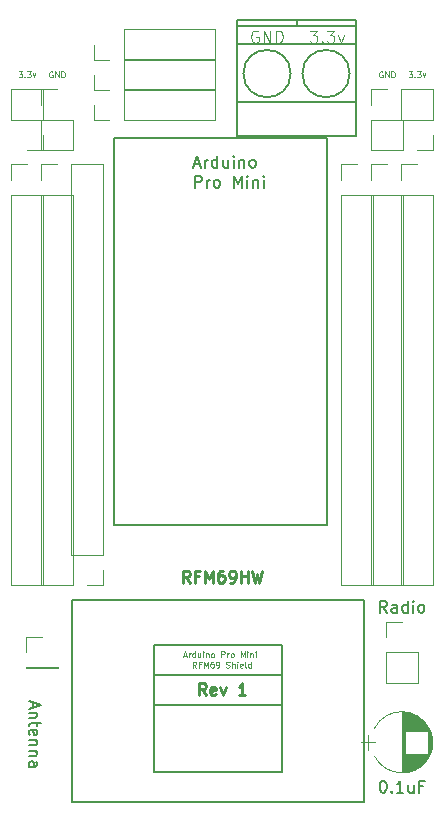
<source format=gto>
G04 #@! TF.FileFunction,Legend,Top*
%FSLAX46Y46*%
G04 Gerber Fmt 4.6, Leading zero omitted, Abs format (unit mm)*
G04 Created by KiCad (PCBNEW 4.0.6) date 07/21/18 17:07:37*
%MOMM*%
%LPD*%
G01*
G04 APERTURE LIST*
%ADD10C,0.100000*%
%ADD11C,0.250000*%
%ADD12C,0.200000*%
%ADD13C,0.125000*%
%ADD14C,0.120000*%
%ADD15C,0.150000*%
G04 APERTURE END LIST*
D10*
D11*
X135802857Y-108402381D02*
X135469523Y-107926190D01*
X135231428Y-108402381D02*
X135231428Y-107402381D01*
X135612381Y-107402381D01*
X135707619Y-107450000D01*
X135755238Y-107497619D01*
X135802857Y-107592857D01*
X135802857Y-107735714D01*
X135755238Y-107830952D01*
X135707619Y-107878571D01*
X135612381Y-107926190D01*
X135231428Y-107926190D01*
X136612381Y-108354762D02*
X136517143Y-108402381D01*
X136326666Y-108402381D01*
X136231428Y-108354762D01*
X136183809Y-108259524D01*
X136183809Y-107878571D01*
X136231428Y-107783333D01*
X136326666Y-107735714D01*
X136517143Y-107735714D01*
X136612381Y-107783333D01*
X136660000Y-107878571D01*
X136660000Y-107973810D01*
X136183809Y-108069048D01*
X136993333Y-107735714D02*
X137231428Y-108402381D01*
X137469524Y-107735714D01*
X139136191Y-108402381D02*
X138564762Y-108402381D01*
X138850476Y-108402381D02*
X138850476Y-107402381D01*
X138755238Y-107545238D01*
X138660000Y-107640476D01*
X138564762Y-107688095D01*
D12*
X131445000Y-109220000D02*
X142240000Y-109220000D01*
D13*
X133910001Y-105055833D02*
X134148096Y-105055833D01*
X133862382Y-105198690D02*
X134029049Y-104698690D01*
X134195715Y-105198690D01*
X134362382Y-105198690D02*
X134362382Y-104865357D01*
X134362382Y-104960595D02*
X134386191Y-104912976D01*
X134410001Y-104889167D01*
X134457620Y-104865357D01*
X134505239Y-104865357D01*
X134886191Y-105198690D02*
X134886191Y-104698690D01*
X134886191Y-105174881D02*
X134838572Y-105198690D01*
X134743334Y-105198690D01*
X134695715Y-105174881D01*
X134671906Y-105151071D01*
X134648096Y-105103452D01*
X134648096Y-104960595D01*
X134671906Y-104912976D01*
X134695715Y-104889167D01*
X134743334Y-104865357D01*
X134838572Y-104865357D01*
X134886191Y-104889167D01*
X135338572Y-104865357D02*
X135338572Y-105198690D01*
X135124287Y-104865357D02*
X135124287Y-105127262D01*
X135148096Y-105174881D01*
X135195715Y-105198690D01*
X135267144Y-105198690D01*
X135314763Y-105174881D01*
X135338572Y-105151071D01*
X135576668Y-105198690D02*
X135576668Y-104865357D01*
X135576668Y-104698690D02*
X135552858Y-104722500D01*
X135576668Y-104746310D01*
X135600477Y-104722500D01*
X135576668Y-104698690D01*
X135576668Y-104746310D01*
X135814763Y-104865357D02*
X135814763Y-105198690D01*
X135814763Y-104912976D02*
X135838572Y-104889167D01*
X135886191Y-104865357D01*
X135957620Y-104865357D01*
X136005239Y-104889167D01*
X136029048Y-104936786D01*
X136029048Y-105198690D01*
X136338572Y-105198690D02*
X136290953Y-105174881D01*
X136267144Y-105151071D01*
X136243334Y-105103452D01*
X136243334Y-104960595D01*
X136267144Y-104912976D01*
X136290953Y-104889167D01*
X136338572Y-104865357D01*
X136410001Y-104865357D01*
X136457620Y-104889167D01*
X136481429Y-104912976D01*
X136505239Y-104960595D01*
X136505239Y-105103452D01*
X136481429Y-105151071D01*
X136457620Y-105174881D01*
X136410001Y-105198690D01*
X136338572Y-105198690D01*
X137100477Y-105198690D02*
X137100477Y-104698690D01*
X137290953Y-104698690D01*
X137338572Y-104722500D01*
X137362381Y-104746310D01*
X137386191Y-104793929D01*
X137386191Y-104865357D01*
X137362381Y-104912976D01*
X137338572Y-104936786D01*
X137290953Y-104960595D01*
X137100477Y-104960595D01*
X137600477Y-105198690D02*
X137600477Y-104865357D01*
X137600477Y-104960595D02*
X137624286Y-104912976D01*
X137648096Y-104889167D01*
X137695715Y-104865357D01*
X137743334Y-104865357D01*
X137981429Y-105198690D02*
X137933810Y-105174881D01*
X137910001Y-105151071D01*
X137886191Y-105103452D01*
X137886191Y-104960595D01*
X137910001Y-104912976D01*
X137933810Y-104889167D01*
X137981429Y-104865357D01*
X138052858Y-104865357D01*
X138100477Y-104889167D01*
X138124286Y-104912976D01*
X138148096Y-104960595D01*
X138148096Y-105103452D01*
X138124286Y-105151071D01*
X138100477Y-105174881D01*
X138052858Y-105198690D01*
X137981429Y-105198690D01*
X138743334Y-105198690D02*
X138743334Y-104698690D01*
X138910000Y-105055833D01*
X139076667Y-104698690D01*
X139076667Y-105198690D01*
X139314763Y-105198690D02*
X139314763Y-104865357D01*
X139314763Y-104698690D02*
X139290953Y-104722500D01*
X139314763Y-104746310D01*
X139338572Y-104722500D01*
X139314763Y-104698690D01*
X139314763Y-104746310D01*
X139552858Y-104865357D02*
X139552858Y-105198690D01*
X139552858Y-104912976D02*
X139576667Y-104889167D01*
X139624286Y-104865357D01*
X139695715Y-104865357D01*
X139743334Y-104889167D01*
X139767143Y-104936786D01*
X139767143Y-105198690D01*
X140005239Y-105198690D02*
X140005239Y-104865357D01*
X140005239Y-104698690D02*
X139981429Y-104722500D01*
X140005239Y-104746310D01*
X140029048Y-104722500D01*
X140005239Y-104698690D01*
X140005239Y-104746310D01*
X134993335Y-106073690D02*
X134826668Y-105835595D01*
X134707621Y-106073690D02*
X134707621Y-105573690D01*
X134898097Y-105573690D01*
X134945716Y-105597500D01*
X134969525Y-105621310D01*
X134993335Y-105668929D01*
X134993335Y-105740357D01*
X134969525Y-105787976D01*
X134945716Y-105811786D01*
X134898097Y-105835595D01*
X134707621Y-105835595D01*
X135374287Y-105811786D02*
X135207621Y-105811786D01*
X135207621Y-106073690D02*
X135207621Y-105573690D01*
X135445716Y-105573690D01*
X135636192Y-106073690D02*
X135636192Y-105573690D01*
X135802858Y-105930833D01*
X135969525Y-105573690D01*
X135969525Y-106073690D01*
X136421906Y-105573690D02*
X136326668Y-105573690D01*
X136279049Y-105597500D01*
X136255240Y-105621310D01*
X136207621Y-105692738D01*
X136183811Y-105787976D01*
X136183811Y-105978452D01*
X136207621Y-106026071D01*
X136231430Y-106049881D01*
X136279049Y-106073690D01*
X136374287Y-106073690D01*
X136421906Y-106049881D01*
X136445716Y-106026071D01*
X136469525Y-105978452D01*
X136469525Y-105859405D01*
X136445716Y-105811786D01*
X136421906Y-105787976D01*
X136374287Y-105764167D01*
X136279049Y-105764167D01*
X136231430Y-105787976D01*
X136207621Y-105811786D01*
X136183811Y-105859405D01*
X136707620Y-106073690D02*
X136802858Y-106073690D01*
X136850477Y-106049881D01*
X136874287Y-106026071D01*
X136921906Y-105954643D01*
X136945715Y-105859405D01*
X136945715Y-105668929D01*
X136921906Y-105621310D01*
X136898096Y-105597500D01*
X136850477Y-105573690D01*
X136755239Y-105573690D01*
X136707620Y-105597500D01*
X136683811Y-105621310D01*
X136660001Y-105668929D01*
X136660001Y-105787976D01*
X136683811Y-105835595D01*
X136707620Y-105859405D01*
X136755239Y-105883214D01*
X136850477Y-105883214D01*
X136898096Y-105859405D01*
X136921906Y-105835595D01*
X136945715Y-105787976D01*
X137517143Y-106049881D02*
X137588572Y-106073690D01*
X137707619Y-106073690D01*
X137755238Y-106049881D01*
X137779048Y-106026071D01*
X137802857Y-105978452D01*
X137802857Y-105930833D01*
X137779048Y-105883214D01*
X137755238Y-105859405D01*
X137707619Y-105835595D01*
X137612381Y-105811786D01*
X137564762Y-105787976D01*
X137540953Y-105764167D01*
X137517143Y-105716548D01*
X137517143Y-105668929D01*
X137540953Y-105621310D01*
X137564762Y-105597500D01*
X137612381Y-105573690D01*
X137731429Y-105573690D01*
X137802857Y-105597500D01*
X138017143Y-106073690D02*
X138017143Y-105573690D01*
X138231428Y-106073690D02*
X138231428Y-105811786D01*
X138207619Y-105764167D01*
X138160000Y-105740357D01*
X138088571Y-105740357D01*
X138040952Y-105764167D01*
X138017143Y-105787976D01*
X138469524Y-106073690D02*
X138469524Y-105740357D01*
X138469524Y-105573690D02*
X138445714Y-105597500D01*
X138469524Y-105621310D01*
X138493333Y-105597500D01*
X138469524Y-105573690D01*
X138469524Y-105621310D01*
X138898095Y-106049881D02*
X138850476Y-106073690D01*
X138755238Y-106073690D01*
X138707619Y-106049881D01*
X138683809Y-106002262D01*
X138683809Y-105811786D01*
X138707619Y-105764167D01*
X138755238Y-105740357D01*
X138850476Y-105740357D01*
X138898095Y-105764167D01*
X138921904Y-105811786D01*
X138921904Y-105859405D01*
X138683809Y-105907024D01*
X139207618Y-106073690D02*
X139159999Y-106049881D01*
X139136190Y-106002262D01*
X139136190Y-105573690D01*
X139612380Y-106073690D02*
X139612380Y-105573690D01*
X139612380Y-106049881D02*
X139564761Y-106073690D01*
X139469523Y-106073690D01*
X139421904Y-106049881D01*
X139398095Y-106026071D01*
X139374285Y-105978452D01*
X139374285Y-105835595D01*
X139398095Y-105787976D01*
X139421904Y-105764167D01*
X139469523Y-105740357D01*
X139564761Y-105740357D01*
X139612380Y-105764167D01*
D12*
X131445000Y-106680000D02*
X142240000Y-106680000D01*
X131445000Y-114935000D02*
X131445000Y-104140000D01*
X142240000Y-114935000D02*
X131445000Y-114935000D01*
X142240000Y-104140000D02*
X142240000Y-114935000D01*
X131445000Y-104140000D02*
X142240000Y-104140000D01*
X124460000Y-100330000D02*
X125095000Y-100330000D01*
X124460000Y-117475000D02*
X124460000Y-100330000D01*
X149225000Y-117475000D02*
X124460000Y-117475000D01*
X149225000Y-100330000D02*
X149225000Y-117475000D01*
X125095000Y-100330000D02*
X149225000Y-100330000D01*
D11*
X134421905Y-98877381D02*
X134088571Y-98401190D01*
X133850476Y-98877381D02*
X133850476Y-97877381D01*
X134231429Y-97877381D01*
X134326667Y-97925000D01*
X134374286Y-97972619D01*
X134421905Y-98067857D01*
X134421905Y-98210714D01*
X134374286Y-98305952D01*
X134326667Y-98353571D01*
X134231429Y-98401190D01*
X133850476Y-98401190D01*
X135183810Y-98353571D02*
X134850476Y-98353571D01*
X134850476Y-98877381D02*
X134850476Y-97877381D01*
X135326667Y-97877381D01*
X135707619Y-98877381D02*
X135707619Y-97877381D01*
X136040953Y-98591667D01*
X136374286Y-97877381D01*
X136374286Y-98877381D01*
X137279048Y-97877381D02*
X137088571Y-97877381D01*
X136993333Y-97925000D01*
X136945714Y-97972619D01*
X136850476Y-98115476D01*
X136802857Y-98305952D01*
X136802857Y-98686905D01*
X136850476Y-98782143D01*
X136898095Y-98829762D01*
X136993333Y-98877381D01*
X137183810Y-98877381D01*
X137279048Y-98829762D01*
X137326667Y-98782143D01*
X137374286Y-98686905D01*
X137374286Y-98448810D01*
X137326667Y-98353571D01*
X137279048Y-98305952D01*
X137183810Y-98258333D01*
X136993333Y-98258333D01*
X136898095Y-98305952D01*
X136850476Y-98353571D01*
X136802857Y-98448810D01*
X137850476Y-98877381D02*
X138040952Y-98877381D01*
X138136191Y-98829762D01*
X138183810Y-98782143D01*
X138279048Y-98639286D01*
X138326667Y-98448810D01*
X138326667Y-98067857D01*
X138279048Y-97972619D01*
X138231429Y-97925000D01*
X138136191Y-97877381D01*
X137945714Y-97877381D01*
X137850476Y-97925000D01*
X137802857Y-97972619D01*
X137755238Y-98067857D01*
X137755238Y-98305952D01*
X137802857Y-98401190D01*
X137850476Y-98448810D01*
X137945714Y-98496429D01*
X138136191Y-98496429D01*
X138231429Y-98448810D01*
X138279048Y-98401190D01*
X138326667Y-98305952D01*
X138755238Y-98877381D02*
X138755238Y-97877381D01*
X138755238Y-98353571D02*
X139326667Y-98353571D01*
X139326667Y-98877381D02*
X139326667Y-97877381D01*
X139707619Y-97877381D02*
X139945714Y-98877381D01*
X140136191Y-98163095D01*
X140326667Y-98877381D01*
X140564762Y-97877381D01*
D13*
X140208096Y-52205000D02*
X140112858Y-52157381D01*
X139970001Y-52157381D01*
X139827143Y-52205000D01*
X139731905Y-52300238D01*
X139684286Y-52395476D01*
X139636667Y-52585952D01*
X139636667Y-52728810D01*
X139684286Y-52919286D01*
X139731905Y-53014524D01*
X139827143Y-53109762D01*
X139970001Y-53157381D01*
X140065239Y-53157381D01*
X140208096Y-53109762D01*
X140255715Y-53062143D01*
X140255715Y-52728810D01*
X140065239Y-52728810D01*
X140684286Y-53157381D02*
X140684286Y-52157381D01*
X141255715Y-53157381D01*
X141255715Y-52157381D01*
X141731905Y-53157381D02*
X141731905Y-52157381D01*
X141970000Y-52157381D01*
X142112858Y-52205000D01*
X142208096Y-52300238D01*
X142255715Y-52395476D01*
X142303334Y-52585952D01*
X142303334Y-52728810D01*
X142255715Y-52919286D01*
X142208096Y-53014524D01*
X142112858Y-53109762D01*
X141970000Y-53157381D01*
X141731905Y-53157381D01*
X144621429Y-52157381D02*
X145240477Y-52157381D01*
X144907143Y-52538333D01*
X145050001Y-52538333D01*
X145145239Y-52585952D01*
X145192858Y-52633571D01*
X145240477Y-52728810D01*
X145240477Y-52966905D01*
X145192858Y-53062143D01*
X145145239Y-53109762D01*
X145050001Y-53157381D01*
X144764286Y-53157381D01*
X144669048Y-53109762D01*
X144621429Y-53062143D01*
X145669048Y-53062143D02*
X145716667Y-53109762D01*
X145669048Y-53157381D01*
X145621429Y-53109762D01*
X145669048Y-53062143D01*
X145669048Y-53157381D01*
X146050000Y-52157381D02*
X146669048Y-52157381D01*
X146335714Y-52538333D01*
X146478572Y-52538333D01*
X146573810Y-52585952D01*
X146621429Y-52633571D01*
X146669048Y-52728810D01*
X146669048Y-52966905D01*
X146621429Y-53062143D01*
X146573810Y-53109762D01*
X146478572Y-53157381D01*
X146192857Y-53157381D01*
X146097619Y-53109762D01*
X146050000Y-53062143D01*
X147002381Y-52490714D02*
X147240476Y-53157381D01*
X147478572Y-52490714D01*
X119935716Y-55606190D02*
X120245239Y-55606190D01*
X120078573Y-55796667D01*
X120150001Y-55796667D01*
X120197620Y-55820476D01*
X120221430Y-55844286D01*
X120245239Y-55891905D01*
X120245239Y-56010952D01*
X120221430Y-56058571D01*
X120197620Y-56082381D01*
X120150001Y-56106190D01*
X120007144Y-56106190D01*
X119959525Y-56082381D01*
X119935716Y-56058571D01*
X120459525Y-56058571D02*
X120483334Y-56082381D01*
X120459525Y-56106190D01*
X120435715Y-56082381D01*
X120459525Y-56058571D01*
X120459525Y-56106190D01*
X120650001Y-55606190D02*
X120959524Y-55606190D01*
X120792858Y-55796667D01*
X120864286Y-55796667D01*
X120911905Y-55820476D01*
X120935715Y-55844286D01*
X120959524Y-55891905D01*
X120959524Y-56010952D01*
X120935715Y-56058571D01*
X120911905Y-56082381D01*
X120864286Y-56106190D01*
X120721429Y-56106190D01*
X120673810Y-56082381D01*
X120650001Y-56058571D01*
X121126191Y-55772857D02*
X121245238Y-56106190D01*
X121364286Y-55772857D01*
X122809047Y-55630000D02*
X122761428Y-55606190D01*
X122690000Y-55606190D01*
X122618571Y-55630000D01*
X122570952Y-55677619D01*
X122547143Y-55725238D01*
X122523333Y-55820476D01*
X122523333Y-55891905D01*
X122547143Y-55987143D01*
X122570952Y-56034762D01*
X122618571Y-56082381D01*
X122690000Y-56106190D01*
X122737619Y-56106190D01*
X122809047Y-56082381D01*
X122832857Y-56058571D01*
X122832857Y-55891905D01*
X122737619Y-55891905D01*
X123047143Y-56106190D02*
X123047143Y-55606190D01*
X123332857Y-56106190D01*
X123332857Y-55606190D01*
X123570953Y-56106190D02*
X123570953Y-55606190D01*
X123690000Y-55606190D01*
X123761429Y-55630000D01*
X123809048Y-55677619D01*
X123832857Y-55725238D01*
X123856667Y-55820476D01*
X123856667Y-55891905D01*
X123832857Y-55987143D01*
X123809048Y-56034762D01*
X123761429Y-56082381D01*
X123690000Y-56106190D01*
X123570953Y-56106190D01*
X122809047Y-55630000D02*
X122761428Y-55606190D01*
X122690000Y-55606190D01*
X122618571Y-55630000D01*
X122570952Y-55677619D01*
X122547143Y-55725238D01*
X122523333Y-55820476D01*
X122523333Y-55891905D01*
X122547143Y-55987143D01*
X122570952Y-56034762D01*
X122618571Y-56082381D01*
X122690000Y-56106190D01*
X122737619Y-56106190D01*
X122809047Y-56082381D01*
X122832857Y-56058571D01*
X122832857Y-55891905D01*
X122737619Y-55891905D01*
X123047143Y-56106190D02*
X123047143Y-55606190D01*
X123332857Y-56106190D01*
X123332857Y-55606190D01*
X123570953Y-56106190D02*
X123570953Y-55606190D01*
X123690000Y-55606190D01*
X123761429Y-55630000D01*
X123809048Y-55677619D01*
X123832857Y-55725238D01*
X123856667Y-55820476D01*
X123856667Y-55891905D01*
X123832857Y-55987143D01*
X123809048Y-56034762D01*
X123761429Y-56082381D01*
X123690000Y-56106190D01*
X123570953Y-56106190D01*
X152955716Y-55606190D02*
X153265239Y-55606190D01*
X153098573Y-55796667D01*
X153170001Y-55796667D01*
X153217620Y-55820476D01*
X153241430Y-55844286D01*
X153265239Y-55891905D01*
X153265239Y-56010952D01*
X153241430Y-56058571D01*
X153217620Y-56082381D01*
X153170001Y-56106190D01*
X153027144Y-56106190D01*
X152979525Y-56082381D01*
X152955716Y-56058571D01*
X153479525Y-56058571D02*
X153503334Y-56082381D01*
X153479525Y-56106190D01*
X153455715Y-56082381D01*
X153479525Y-56058571D01*
X153479525Y-56106190D01*
X153670001Y-55606190D02*
X153979524Y-55606190D01*
X153812858Y-55796667D01*
X153884286Y-55796667D01*
X153931905Y-55820476D01*
X153955715Y-55844286D01*
X153979524Y-55891905D01*
X153979524Y-56010952D01*
X153955715Y-56058571D01*
X153931905Y-56082381D01*
X153884286Y-56106190D01*
X153741429Y-56106190D01*
X153693810Y-56082381D01*
X153670001Y-56058571D01*
X154146191Y-55772857D02*
X154265238Y-56106190D01*
X154384286Y-55772857D01*
X150749047Y-55630000D02*
X150701428Y-55606190D01*
X150630000Y-55606190D01*
X150558571Y-55630000D01*
X150510952Y-55677619D01*
X150487143Y-55725238D01*
X150463333Y-55820476D01*
X150463333Y-55891905D01*
X150487143Y-55987143D01*
X150510952Y-56034762D01*
X150558571Y-56082381D01*
X150630000Y-56106190D01*
X150677619Y-56106190D01*
X150749047Y-56082381D01*
X150772857Y-56058571D01*
X150772857Y-55891905D01*
X150677619Y-55891905D01*
X150987143Y-56106190D02*
X150987143Y-55606190D01*
X151272857Y-56106190D01*
X151272857Y-55606190D01*
X151510953Y-56106190D02*
X151510953Y-55606190D01*
X151630000Y-55606190D01*
X151701429Y-55630000D01*
X151749048Y-55677619D01*
X151772857Y-55725238D01*
X151796667Y-55820476D01*
X151796667Y-55891905D01*
X151772857Y-55987143D01*
X151749048Y-56034762D01*
X151701429Y-56082381D01*
X151630000Y-56106190D01*
X151510953Y-56106190D01*
D12*
X134818809Y-63451667D02*
X135295000Y-63451667D01*
X134723571Y-63737381D02*
X135056904Y-62737381D01*
X135390238Y-63737381D01*
X135723571Y-63737381D02*
X135723571Y-63070714D01*
X135723571Y-63261190D02*
X135771190Y-63165952D01*
X135818809Y-63118333D01*
X135914047Y-63070714D01*
X136009286Y-63070714D01*
X136771191Y-63737381D02*
X136771191Y-62737381D01*
X136771191Y-63689762D02*
X136675953Y-63737381D01*
X136485476Y-63737381D01*
X136390238Y-63689762D01*
X136342619Y-63642143D01*
X136295000Y-63546905D01*
X136295000Y-63261190D01*
X136342619Y-63165952D01*
X136390238Y-63118333D01*
X136485476Y-63070714D01*
X136675953Y-63070714D01*
X136771191Y-63118333D01*
X137675953Y-63070714D02*
X137675953Y-63737381D01*
X137247381Y-63070714D02*
X137247381Y-63594524D01*
X137295000Y-63689762D01*
X137390238Y-63737381D01*
X137533096Y-63737381D01*
X137628334Y-63689762D01*
X137675953Y-63642143D01*
X138152143Y-63737381D02*
X138152143Y-63070714D01*
X138152143Y-62737381D02*
X138104524Y-62785000D01*
X138152143Y-62832619D01*
X138199762Y-62785000D01*
X138152143Y-62737381D01*
X138152143Y-62832619D01*
X138628333Y-63070714D02*
X138628333Y-63737381D01*
X138628333Y-63165952D02*
X138675952Y-63118333D01*
X138771190Y-63070714D01*
X138914048Y-63070714D01*
X139009286Y-63118333D01*
X139056905Y-63213571D01*
X139056905Y-63737381D01*
X139675952Y-63737381D02*
X139580714Y-63689762D01*
X139533095Y-63642143D01*
X139485476Y-63546905D01*
X139485476Y-63261190D01*
X139533095Y-63165952D01*
X139580714Y-63118333D01*
X139675952Y-63070714D01*
X139818810Y-63070714D01*
X139914048Y-63118333D01*
X139961667Y-63165952D01*
X140009286Y-63261190D01*
X140009286Y-63546905D01*
X139961667Y-63642143D01*
X139914048Y-63689762D01*
X139818810Y-63737381D01*
X139675952Y-63737381D01*
X134890238Y-65437381D02*
X134890238Y-64437381D01*
X135271191Y-64437381D01*
X135366429Y-64485000D01*
X135414048Y-64532619D01*
X135461667Y-64627857D01*
X135461667Y-64770714D01*
X135414048Y-64865952D01*
X135366429Y-64913571D01*
X135271191Y-64961190D01*
X134890238Y-64961190D01*
X135890238Y-65437381D02*
X135890238Y-64770714D01*
X135890238Y-64961190D02*
X135937857Y-64865952D01*
X135985476Y-64818333D01*
X136080714Y-64770714D01*
X136175953Y-64770714D01*
X136652143Y-65437381D02*
X136556905Y-65389762D01*
X136509286Y-65342143D01*
X136461667Y-65246905D01*
X136461667Y-64961190D01*
X136509286Y-64865952D01*
X136556905Y-64818333D01*
X136652143Y-64770714D01*
X136795001Y-64770714D01*
X136890239Y-64818333D01*
X136937858Y-64865952D01*
X136985477Y-64961190D01*
X136985477Y-65246905D01*
X136937858Y-65342143D01*
X136890239Y-65389762D01*
X136795001Y-65437381D01*
X136652143Y-65437381D01*
X138175953Y-65437381D02*
X138175953Y-64437381D01*
X138509287Y-65151667D01*
X138842620Y-64437381D01*
X138842620Y-65437381D01*
X139318810Y-65437381D02*
X139318810Y-64770714D01*
X139318810Y-64437381D02*
X139271191Y-64485000D01*
X139318810Y-64532619D01*
X139366429Y-64485000D01*
X139318810Y-64437381D01*
X139318810Y-64532619D01*
X139795000Y-64770714D02*
X139795000Y-65437381D01*
X139795000Y-64865952D02*
X139842619Y-64818333D01*
X139937857Y-64770714D01*
X140080715Y-64770714D01*
X140175953Y-64818333D01*
X140223572Y-64913571D01*
X140223572Y-65437381D01*
X140699762Y-65437381D02*
X140699762Y-64770714D01*
X140699762Y-64437381D02*
X140652143Y-64485000D01*
X140699762Y-64532619D01*
X140747381Y-64485000D01*
X140699762Y-64437381D01*
X140699762Y-64532619D01*
X121118333Y-108998095D02*
X121118333Y-109474286D01*
X120832619Y-108902857D02*
X121832619Y-109236190D01*
X120832619Y-109569524D01*
X121499286Y-109902857D02*
X120832619Y-109902857D01*
X121404048Y-109902857D02*
X121451667Y-109950476D01*
X121499286Y-110045714D01*
X121499286Y-110188572D01*
X121451667Y-110283810D01*
X121356429Y-110331429D01*
X120832619Y-110331429D01*
X121499286Y-110664762D02*
X121499286Y-111045714D01*
X121832619Y-110807619D02*
X120975476Y-110807619D01*
X120880238Y-110855238D01*
X120832619Y-110950476D01*
X120832619Y-111045714D01*
X120880238Y-111760001D02*
X120832619Y-111664763D01*
X120832619Y-111474286D01*
X120880238Y-111379048D01*
X120975476Y-111331429D01*
X121356429Y-111331429D01*
X121451667Y-111379048D01*
X121499286Y-111474286D01*
X121499286Y-111664763D01*
X121451667Y-111760001D01*
X121356429Y-111807620D01*
X121261190Y-111807620D01*
X121165952Y-111331429D01*
X121499286Y-112236191D02*
X120832619Y-112236191D01*
X121404048Y-112236191D02*
X121451667Y-112283810D01*
X121499286Y-112379048D01*
X121499286Y-112521906D01*
X121451667Y-112617144D01*
X121356429Y-112664763D01*
X120832619Y-112664763D01*
X121499286Y-113140953D02*
X120832619Y-113140953D01*
X121404048Y-113140953D02*
X121451667Y-113188572D01*
X121499286Y-113283810D01*
X121499286Y-113426668D01*
X121451667Y-113521906D01*
X121356429Y-113569525D01*
X120832619Y-113569525D01*
X120832619Y-114474287D02*
X121356429Y-114474287D01*
X121451667Y-114426668D01*
X121499286Y-114331430D01*
X121499286Y-114140953D01*
X121451667Y-114045715D01*
X120880238Y-114474287D02*
X120832619Y-114379049D01*
X120832619Y-114140953D01*
X120880238Y-114045715D01*
X120975476Y-113998096D01*
X121070714Y-113998096D01*
X121165952Y-114045715D01*
X121213571Y-114140953D01*
X121213571Y-114379049D01*
X121261190Y-114474287D01*
X151114286Y-101417381D02*
X150780952Y-100941190D01*
X150542857Y-101417381D02*
X150542857Y-100417381D01*
X150923810Y-100417381D01*
X151019048Y-100465000D01*
X151066667Y-100512619D01*
X151114286Y-100607857D01*
X151114286Y-100750714D01*
X151066667Y-100845952D01*
X151019048Y-100893571D01*
X150923810Y-100941190D01*
X150542857Y-100941190D01*
X151971429Y-101417381D02*
X151971429Y-100893571D01*
X151923810Y-100798333D01*
X151828572Y-100750714D01*
X151638095Y-100750714D01*
X151542857Y-100798333D01*
X151971429Y-101369762D02*
X151876191Y-101417381D01*
X151638095Y-101417381D01*
X151542857Y-101369762D01*
X151495238Y-101274524D01*
X151495238Y-101179286D01*
X151542857Y-101084048D01*
X151638095Y-101036429D01*
X151876191Y-101036429D01*
X151971429Y-100988810D01*
X152876191Y-101417381D02*
X152876191Y-100417381D01*
X152876191Y-101369762D02*
X152780953Y-101417381D01*
X152590476Y-101417381D01*
X152495238Y-101369762D01*
X152447619Y-101322143D01*
X152400000Y-101226905D01*
X152400000Y-100941190D01*
X152447619Y-100845952D01*
X152495238Y-100798333D01*
X152590476Y-100750714D01*
X152780953Y-100750714D01*
X152876191Y-100798333D01*
X153352381Y-101417381D02*
X153352381Y-100750714D01*
X153352381Y-100417381D02*
X153304762Y-100465000D01*
X153352381Y-100512619D01*
X153400000Y-100465000D01*
X153352381Y-100417381D01*
X153352381Y-100512619D01*
X153971428Y-101417381D02*
X153876190Y-101369762D01*
X153828571Y-101322143D01*
X153780952Y-101226905D01*
X153780952Y-100941190D01*
X153828571Y-100845952D01*
X153876190Y-100798333D01*
X153971428Y-100750714D01*
X154114286Y-100750714D01*
X154209524Y-100798333D01*
X154257143Y-100845952D01*
X154304762Y-100941190D01*
X154304762Y-101226905D01*
X154257143Y-101322143D01*
X154209524Y-101369762D01*
X154114286Y-101417381D01*
X153971428Y-101417381D01*
X150757143Y-115657381D02*
X150852382Y-115657381D01*
X150947620Y-115705000D01*
X150995239Y-115752619D01*
X151042858Y-115847857D01*
X151090477Y-116038333D01*
X151090477Y-116276429D01*
X151042858Y-116466905D01*
X150995239Y-116562143D01*
X150947620Y-116609762D01*
X150852382Y-116657381D01*
X150757143Y-116657381D01*
X150661905Y-116609762D01*
X150614286Y-116562143D01*
X150566667Y-116466905D01*
X150519048Y-116276429D01*
X150519048Y-116038333D01*
X150566667Y-115847857D01*
X150614286Y-115752619D01*
X150661905Y-115705000D01*
X150757143Y-115657381D01*
X151519048Y-116562143D02*
X151566667Y-116609762D01*
X151519048Y-116657381D01*
X151471429Y-116609762D01*
X151519048Y-116562143D01*
X151519048Y-116657381D01*
X152519048Y-116657381D02*
X151947619Y-116657381D01*
X152233333Y-116657381D02*
X152233333Y-115657381D01*
X152138095Y-115800238D01*
X152042857Y-115895476D01*
X151947619Y-115943095D01*
X153376191Y-115990714D02*
X153376191Y-116657381D01*
X152947619Y-115990714D02*
X152947619Y-116514524D01*
X152995238Y-116609762D01*
X153090476Y-116657381D01*
X153233334Y-116657381D01*
X153328572Y-116609762D01*
X153376191Y-116562143D01*
X154185715Y-116133571D02*
X153852381Y-116133571D01*
X153852381Y-116657381D02*
X153852381Y-115657381D01*
X154328572Y-115657381D01*
D14*
X121860000Y-99120000D02*
X124520000Y-99120000D01*
X121860000Y-66040000D02*
X121860000Y-99120000D01*
X124520000Y-66040000D02*
X124520000Y-99120000D01*
X121860000Y-66040000D02*
X124520000Y-66040000D01*
X121860000Y-64770000D02*
X121860000Y-63440000D01*
X121860000Y-63440000D02*
X123190000Y-63440000D01*
X154685722Y-111215277D02*
G75*
G03X150074420Y-111215000I-2305722J-1179723D01*
G01*
X154685722Y-113574723D02*
G75*
G02X150074420Y-113575000I-2305722J1179723D01*
G01*
X154685722Y-113574723D02*
G75*
G03X154685580Y-111215000I-2305722J1179723D01*
G01*
X152380000Y-109845000D02*
X152380000Y-114945000D01*
X152420000Y-109845000D02*
X152420000Y-114945000D01*
X152460000Y-109846000D02*
X152460000Y-114944000D01*
X152500000Y-109847000D02*
X152500000Y-114943000D01*
X152540000Y-109849000D02*
X152540000Y-114941000D01*
X152580000Y-109852000D02*
X152580000Y-114938000D01*
X152620000Y-109856000D02*
X152620000Y-114934000D01*
X152660000Y-109860000D02*
X152660000Y-111415000D01*
X152660000Y-113375000D02*
X152660000Y-114930000D01*
X152700000Y-109864000D02*
X152700000Y-111415000D01*
X152700000Y-113375000D02*
X152700000Y-114926000D01*
X152740000Y-109870000D02*
X152740000Y-111415000D01*
X152740000Y-113375000D02*
X152740000Y-114920000D01*
X152780000Y-109876000D02*
X152780000Y-111415000D01*
X152780000Y-113375000D02*
X152780000Y-114914000D01*
X152820000Y-109882000D02*
X152820000Y-111415000D01*
X152820000Y-113375000D02*
X152820000Y-114908000D01*
X152860000Y-109889000D02*
X152860000Y-111415000D01*
X152860000Y-113375000D02*
X152860000Y-114901000D01*
X152900000Y-109897000D02*
X152900000Y-111415000D01*
X152900000Y-113375000D02*
X152900000Y-114893000D01*
X152940000Y-109906000D02*
X152940000Y-111415000D01*
X152940000Y-113375000D02*
X152940000Y-114884000D01*
X152980000Y-109915000D02*
X152980000Y-111415000D01*
X152980000Y-113375000D02*
X152980000Y-114875000D01*
X153020000Y-109925000D02*
X153020000Y-111415000D01*
X153020000Y-113375000D02*
X153020000Y-114865000D01*
X153060000Y-109935000D02*
X153060000Y-111415000D01*
X153060000Y-113375000D02*
X153060000Y-114855000D01*
X153101000Y-109947000D02*
X153101000Y-111415000D01*
X153101000Y-113375000D02*
X153101000Y-114843000D01*
X153141000Y-109959000D02*
X153141000Y-111415000D01*
X153141000Y-113375000D02*
X153141000Y-114831000D01*
X153181000Y-109971000D02*
X153181000Y-111415000D01*
X153181000Y-113375000D02*
X153181000Y-114819000D01*
X153221000Y-109985000D02*
X153221000Y-111415000D01*
X153221000Y-113375000D02*
X153221000Y-114805000D01*
X153261000Y-109999000D02*
X153261000Y-111415000D01*
X153261000Y-113375000D02*
X153261000Y-114791000D01*
X153301000Y-110013000D02*
X153301000Y-111415000D01*
X153301000Y-113375000D02*
X153301000Y-114777000D01*
X153341000Y-110029000D02*
X153341000Y-111415000D01*
X153341000Y-113375000D02*
X153341000Y-114761000D01*
X153381000Y-110045000D02*
X153381000Y-111415000D01*
X153381000Y-113375000D02*
X153381000Y-114745000D01*
X153421000Y-110062000D02*
X153421000Y-111415000D01*
X153421000Y-113375000D02*
X153421000Y-114728000D01*
X153461000Y-110080000D02*
X153461000Y-111415000D01*
X153461000Y-113375000D02*
X153461000Y-114710000D01*
X153501000Y-110099000D02*
X153501000Y-111415000D01*
X153501000Y-113375000D02*
X153501000Y-114691000D01*
X153541000Y-110119000D02*
X153541000Y-111415000D01*
X153541000Y-113375000D02*
X153541000Y-114671000D01*
X153581000Y-110139000D02*
X153581000Y-111415000D01*
X153581000Y-113375000D02*
X153581000Y-114651000D01*
X153621000Y-110161000D02*
X153621000Y-111415000D01*
X153621000Y-113375000D02*
X153621000Y-114629000D01*
X153661000Y-110183000D02*
X153661000Y-111415000D01*
X153661000Y-113375000D02*
X153661000Y-114607000D01*
X153701000Y-110206000D02*
X153701000Y-111415000D01*
X153701000Y-113375000D02*
X153701000Y-114584000D01*
X153741000Y-110230000D02*
X153741000Y-111415000D01*
X153741000Y-113375000D02*
X153741000Y-114560000D01*
X153781000Y-110255000D02*
X153781000Y-111415000D01*
X153781000Y-113375000D02*
X153781000Y-114535000D01*
X153821000Y-110282000D02*
X153821000Y-111415000D01*
X153821000Y-113375000D02*
X153821000Y-114508000D01*
X153861000Y-110309000D02*
X153861000Y-111415000D01*
X153861000Y-113375000D02*
X153861000Y-114481000D01*
X153901000Y-110337000D02*
X153901000Y-111415000D01*
X153901000Y-113375000D02*
X153901000Y-114453000D01*
X153941000Y-110367000D02*
X153941000Y-111415000D01*
X153941000Y-113375000D02*
X153941000Y-114423000D01*
X153981000Y-110398000D02*
X153981000Y-111415000D01*
X153981000Y-113375000D02*
X153981000Y-114392000D01*
X154021000Y-110430000D02*
X154021000Y-111415000D01*
X154021000Y-113375000D02*
X154021000Y-114360000D01*
X154061000Y-110463000D02*
X154061000Y-111415000D01*
X154061000Y-113375000D02*
X154061000Y-114327000D01*
X154101000Y-110498000D02*
X154101000Y-111415000D01*
X154101000Y-113375000D02*
X154101000Y-114292000D01*
X154141000Y-110534000D02*
X154141000Y-111415000D01*
X154141000Y-113375000D02*
X154141000Y-114256000D01*
X154181000Y-110572000D02*
X154181000Y-111415000D01*
X154181000Y-113375000D02*
X154181000Y-114218000D01*
X154221000Y-110612000D02*
X154221000Y-111415000D01*
X154221000Y-113375000D02*
X154221000Y-114178000D01*
X154261000Y-110653000D02*
X154261000Y-111415000D01*
X154261000Y-113375000D02*
X154261000Y-114137000D01*
X154301000Y-110696000D02*
X154301000Y-111415000D01*
X154301000Y-113375000D02*
X154301000Y-114094000D01*
X154341000Y-110741000D02*
X154341000Y-111415000D01*
X154341000Y-113375000D02*
X154341000Y-114049000D01*
X154381000Y-110789000D02*
X154381000Y-111415000D01*
X154381000Y-113375000D02*
X154381000Y-114001000D01*
X154421000Y-110839000D02*
X154421000Y-111415000D01*
X154421000Y-113375000D02*
X154421000Y-113951000D01*
X154461000Y-110891000D02*
X154461000Y-111415000D01*
X154461000Y-113375000D02*
X154461000Y-113899000D01*
X154501000Y-110947000D02*
X154501000Y-111415000D01*
X154501000Y-113375000D02*
X154501000Y-113843000D01*
X154541000Y-111005000D02*
X154541000Y-111415000D01*
X154541000Y-113375000D02*
X154541000Y-113785000D01*
X154581000Y-111068000D02*
X154581000Y-111415000D01*
X154581000Y-113375000D02*
X154581000Y-113722000D01*
X154621000Y-111134000D02*
X154621000Y-113656000D01*
X154661000Y-111206000D02*
X154661000Y-113584000D01*
X154701000Y-111283000D02*
X154701000Y-113507000D01*
X154741000Y-111367000D02*
X154741000Y-113423000D01*
X154781000Y-111461000D02*
X154781000Y-113329000D01*
X154821000Y-111566000D02*
X154821000Y-113224000D01*
X154861000Y-111688000D02*
X154861000Y-113102000D01*
X154901000Y-111836000D02*
X154901000Y-112954000D01*
X154941000Y-112041000D02*
X154941000Y-112749000D01*
X148930000Y-112395000D02*
X150130000Y-112395000D01*
X149530000Y-111745000D02*
X149530000Y-113045000D01*
D15*
X128016000Y-93980000D02*
X146050000Y-93980000D01*
X146050000Y-61214000D02*
X128016000Y-61214000D01*
X128016000Y-93980000D02*
X128016000Y-61214000D01*
X146050000Y-61214000D02*
X146050000Y-93980000D01*
D14*
X119320000Y-99120000D02*
X121980000Y-99120000D01*
X119320000Y-66040000D02*
X119320000Y-99120000D01*
X121980000Y-66040000D02*
X121980000Y-99120000D01*
X119320000Y-66040000D02*
X121980000Y-66040000D01*
X119320000Y-64770000D02*
X119320000Y-63440000D01*
X119320000Y-63440000D02*
X120650000Y-63440000D01*
X127060000Y-63440000D02*
X124400000Y-63440000D01*
X127060000Y-96520000D02*
X127060000Y-63440000D01*
X124400000Y-96520000D02*
X124400000Y-63440000D01*
X127060000Y-96520000D02*
X124400000Y-96520000D01*
X127060000Y-97790000D02*
X127060000Y-99120000D01*
X127060000Y-99120000D02*
X125730000Y-99120000D01*
X147260000Y-99120000D02*
X149920000Y-99120000D01*
X147260000Y-66040000D02*
X147260000Y-99120000D01*
X149920000Y-66040000D02*
X149920000Y-99120000D01*
X147260000Y-66040000D02*
X149920000Y-66040000D01*
X147260000Y-64770000D02*
X147260000Y-63440000D01*
X147260000Y-63440000D02*
X148590000Y-63440000D01*
X149800000Y-99120000D02*
X152460000Y-99120000D01*
X149800000Y-66040000D02*
X149800000Y-99120000D01*
X152460000Y-66040000D02*
X152460000Y-99120000D01*
X149800000Y-66040000D02*
X152460000Y-66040000D01*
X149800000Y-64770000D02*
X149800000Y-63440000D01*
X149800000Y-63440000D02*
X151130000Y-63440000D01*
X152340000Y-99120000D02*
X155000000Y-99120000D01*
X152340000Y-66040000D02*
X152340000Y-99120000D01*
X155000000Y-66040000D02*
X155000000Y-99120000D01*
X152340000Y-66040000D02*
X155000000Y-66040000D01*
X152340000Y-64770000D02*
X152340000Y-63440000D01*
X152340000Y-63440000D02*
X153670000Y-63440000D01*
X155000000Y-57090000D02*
X152340000Y-57090000D01*
X155000000Y-59690000D02*
X155000000Y-57090000D01*
X152340000Y-59690000D02*
X152340000Y-57090000D01*
X155000000Y-59690000D02*
X152340000Y-59690000D01*
X155000000Y-60960000D02*
X155000000Y-62290000D01*
X155000000Y-62290000D02*
X153670000Y-62290000D01*
X121980000Y-57090000D02*
X119320000Y-57090000D01*
X121980000Y-59690000D02*
X121980000Y-57090000D01*
X119320000Y-59690000D02*
X119320000Y-57090000D01*
X121980000Y-59690000D02*
X119320000Y-59690000D01*
X121980000Y-60960000D02*
X121980000Y-62290000D01*
X121980000Y-62290000D02*
X120650000Y-62290000D01*
X149800000Y-62290000D02*
X152460000Y-62290000D01*
X149800000Y-59690000D02*
X149800000Y-62290000D01*
X152460000Y-59690000D02*
X152460000Y-62290000D01*
X149800000Y-59690000D02*
X152460000Y-59690000D01*
X149800000Y-58420000D02*
X149800000Y-57090000D01*
X149800000Y-57090000D02*
X151130000Y-57090000D01*
X121860000Y-62290000D02*
X124520000Y-62290000D01*
X121860000Y-59690000D02*
X121860000Y-62290000D01*
X124520000Y-59690000D02*
X124520000Y-62290000D01*
X121860000Y-59690000D02*
X124520000Y-59690000D01*
X121860000Y-58420000D02*
X121860000Y-57090000D01*
X121860000Y-57090000D02*
X123190000Y-57090000D01*
D15*
X143470000Y-51780000D02*
X143470000Y-51280000D01*
X148470000Y-53280000D02*
X138470000Y-53280000D01*
X148470000Y-58180000D02*
X138470000Y-58180000D01*
X148470000Y-51780000D02*
X138470000Y-51780000D01*
X148470000Y-51280000D02*
X138470000Y-51280000D01*
X138470000Y-51280000D02*
X138470000Y-61080000D01*
X138470000Y-61080000D02*
X148470000Y-61080000D01*
X148470000Y-61080000D02*
X148470000Y-51280000D01*
X142970000Y-55780000D02*
G75*
G03X142970000Y-55780000I-2000000J0D01*
G01*
X147970000Y-55780000D02*
G75*
G03X147970000Y-55780000I-2000000J0D01*
G01*
D14*
X120590000Y-106105000D02*
X123250000Y-106105000D01*
X120590000Y-106045000D02*
X120590000Y-106105000D01*
X123250000Y-106045000D02*
X123250000Y-106105000D01*
X120590000Y-106045000D02*
X123250000Y-106045000D01*
X120590000Y-104775000D02*
X120590000Y-103445000D01*
X120590000Y-103445000D02*
X121920000Y-103445000D01*
X151070000Y-107375000D02*
X153730000Y-107375000D01*
X151070000Y-104775000D02*
X151070000Y-107375000D01*
X153730000Y-104775000D02*
X153730000Y-107375000D01*
X151070000Y-104775000D02*
X153730000Y-104775000D01*
X151070000Y-103505000D02*
X151070000Y-102175000D01*
X151070000Y-102175000D02*
X152400000Y-102175000D01*
X136585000Y-54670000D02*
X136585000Y-52010000D01*
X128905000Y-54670000D02*
X136585000Y-54670000D01*
X128905000Y-52010000D02*
X136585000Y-52010000D01*
X128905000Y-54670000D02*
X128905000Y-52010000D01*
X127635000Y-54670000D02*
X126305000Y-54670000D01*
X126305000Y-54670000D02*
X126305000Y-53340000D01*
X136585000Y-57210000D02*
X136585000Y-54550000D01*
X128905000Y-57210000D02*
X136585000Y-57210000D01*
X128905000Y-54550000D02*
X136585000Y-54550000D01*
X128905000Y-57210000D02*
X128905000Y-54550000D01*
X127635000Y-57210000D02*
X126305000Y-57210000D01*
X126305000Y-57210000D02*
X126305000Y-55880000D01*
X136585000Y-59750000D02*
X136585000Y-57090000D01*
X128905000Y-59750000D02*
X136585000Y-59750000D01*
X128905000Y-57090000D02*
X136585000Y-57090000D01*
X128905000Y-59750000D02*
X128905000Y-57090000D01*
X127635000Y-59750000D02*
X126305000Y-59750000D01*
X126305000Y-59750000D02*
X126305000Y-58420000D01*
M02*

</source>
